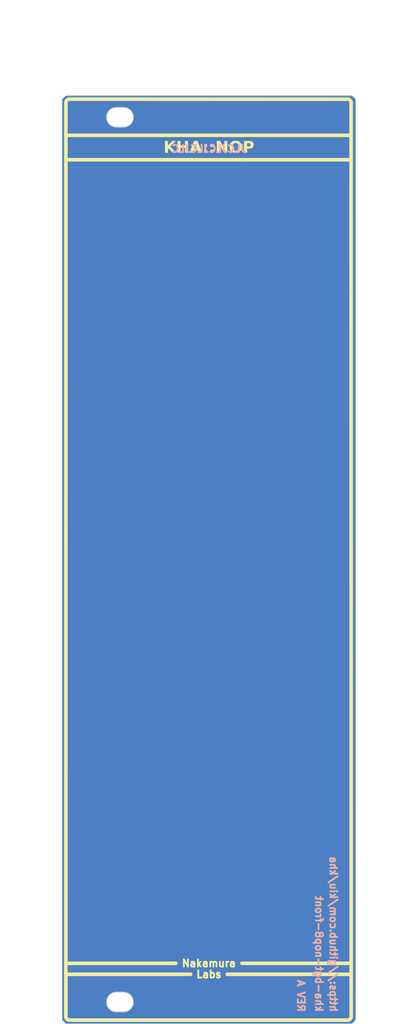
<source format=kicad_pcb>
(kicad_pcb (version 20221018) (generator pcbnew)

  (general
    (thickness 1.6)
  )

  (paper "A5" portrait)
  (layers
    (0 "F.Cu" signal)
    (31 "B.Cu" signal)
    (32 "B.Adhes" user "B.Adhesive")
    (33 "F.Adhes" user "F.Adhesive")
    (34 "B.Paste" user)
    (35 "F.Paste" user)
    (36 "B.SilkS" user "B.Silkscreen")
    (37 "F.SilkS" user "F.Silkscreen")
    (38 "B.Mask" user)
    (39 "F.Mask" user)
    (40 "Dwgs.User" user "User.Drawings")
    (41 "Cmts.User" user "User.Comments")
    (42 "Eco1.User" user "User.Eco1")
    (43 "Eco2.User" user "User.Eco2")
    (44 "Edge.Cuts" user)
    (45 "Margin" user)
    (46 "B.CrtYd" user "B.Courtyard")
    (47 "F.CrtYd" user "F.Courtyard")
    (48 "B.Fab" user)
    (49 "F.Fab" user)
    (50 "User.1" user)
    (51 "User.2" user)
    (52 "User.3" user)
    (53 "User.4" user)
    (54 "User.5" user)
    (55 "User.6" user)
    (56 "User.7" user)
    (57 "User.8" user)
    (58 "User.9" user)
  )

  (setup
    (pad_to_mask_clearance 0)
    (pcbplotparams
      (layerselection 0x00010fc_ffffffff)
      (plot_on_all_layers_selection 0x0000000_00000000)
      (disableapertmacros false)
      (usegerberextensions false)
      (usegerberattributes true)
      (usegerberadvancedattributes true)
      (creategerberjobfile true)
      (dashed_line_dash_ratio 12.000000)
      (dashed_line_gap_ratio 3.000000)
      (svgprecision 4)
      (plotframeref false)
      (viasonmask false)
      (mode 1)
      (useauxorigin false)
      (hpglpennumber 1)
      (hpglpenspeed 20)
      (hpglpendiameter 15.000000)
      (dxfpolygonmode true)
      (dxfimperialunits true)
      (dxfusepcbnewfont true)
      (psnegative false)
      (psa4output false)
      (plotreference true)
      (plotvalue true)
      (plotinvisibletext false)
      (sketchpadsonfab false)
      (subtractmaskfromsilk false)
      (outputformat 1)
      (mirror false)
      (drillshape 1)
      (scaleselection 1)
      (outputdirectory "")
    )
  )

  (net 0 "")

  (gr_arc (start 90.813 155.368) (mid 90.666553 155.721553) (end 90.313 155.868)
    (stroke (width 0.5) (type solid)) (layer "F.SilkS") (tstamp 09827a36-f35a-4308-8dcd-78cd580dc5b0))
  (gr_line (start 51.562 33.36) (end 90.805 33.36)
    (stroke (width 0.5) (type solid)) (layer "F.SilkS") (tstamp 1bc27e5c-576f-4584-811d-a417638a2780))
  (gr_line (start 90.678 148.002) (end 75.692 148.002)
    (stroke (width 0.5) (type solid)) (layer "F.SilkS") (tstamp 1f355564-34da-4ed5-99de-1df6132a5925))
  (gr_line (start 66.548 148.002) (end 51.562 148.002)
    (stroke (width 0.5) (type solid)) (layer "F.SilkS") (tstamp 2568fefe-1ac2-4382-a34e-7f7881eb98d2))
  (gr_line (start 68.58 149.526) (end 51.562 149.526)
    (stroke (width 0.5) (type solid)) (layer "F.SilkS") (tstamp 284c9cfc-145e-4ed7-b5d4-87bbec6e7c2b))
  (gr_line (start 51.308 155.368) (end 51.316001 28.859999)
    (stroke (width 0.5) (type solid)) (layer "F.SilkS") (tstamp 2f1bb57d-1318-4583-8908-f40e30a59d49))
  (gr_line (start 90.313 155.868) (end 51.808 155.868)
    (stroke (width 0.5) (type solid)) (layer "F.SilkS") (tstamp 45e0b254-6e09-4cbf-aeee-b8c73e9c4a7a))
  (gr_arc (start 51.316001 28.859999) (mid 51.462448 28.506447) (end 51.816 28.36)
    (stroke (width 0.5) (type solid)) (layer "F.SilkS") (tstamp 77a75869-9b6b-456c-bb36-f4f0af183859))
  (gr_line (start 90.805 28.868) (end 90.813 155.368)
    (stroke (width 0.5) (type solid)) (layer "F.SilkS") (tstamp 91cf13ac-ce96-41b6-a3e1-1f241444c2b6))
  (gr_arc (start 51.808 155.868) (mid 51.454447 155.721553) (end 51.308 155.368)
    (stroke (width 0.5) (type solid)) (layer "F.SilkS") (tstamp 9d28137b-24d5-49f4-b86d-221cda168007))
  (gr_line (start 51.562 36.75) (end 90.805 36.75)
    (stroke (width 0.5) (type solid)) (layer "F.SilkS") (tstamp d09555a3-598b-478f-b03f-c1b947588659))
  (gr_line (start 51.816 28.36) (end 90.305 28.368)
    (stroke (width 0.5) (type solid)) (layer "F.SilkS") (tstamp d37468a1-76f0-4518-a7c2-67b557fc1d08))
  (gr_arc (start 90.305 28.368) (mid 90.658553 28.514447) (end 90.805 28.868)
    (stroke (width 0.5) (type solid)) (layer "F.SilkS") (tstamp dcd65231-5c6c-48c8-9af1-49c9ba5e7121))
  (gr_line (start 90.805 149.526) (end 73.66 149.526)
    (stroke (width 0.5) (type solid)) (layer "F.SilkS") (tstamp febbf57d-7b3b-4e4e-a9f4-c06cff798446))
  (gr_line (start 91.44 147.109997) (end 50.80012 147.11)
    (stroke (width 0.15) (type solid)) (layer "Dwgs.User") (tstamp 5f0722e4-d891-4929-a1d7-597900299e63))
  (gr_line (start 71.12 37.109997) (end 71.12 147.109997)
    (stroke (width 0.15) (type solid)) (layer "Dwgs.User") (tstamp 78ef9ca5-a81b-4983-aa75-e0c2aae7578e))
  (gr_line (start 50.8 124.36) (end 91.44 124.38)
    (stroke (width 0.15) (type solid)) (layer "Dwgs.User") (tstamp 7a1ed11e-a7a6-4499-b7d8-e4fd41f18c45))
  (gr_line (start 50.8 59.86) (end 91.44 59.86)
    (stroke (width 0.15) (type solid)) (layer "Dwgs.User") (tstamp 7d48568d-8b3a-448f-8284-13561bacbac6))
  (gr_line (start 50.8 37.109997) (end 91.44 37.109997)
    (stroke (width 0.15) (type solid)) (layer "Dwgs.User") (tstamp 9f98d4d8-266e-4a2b-b805-866f7ea74e03))
  (gr_line (start 50.80012 147.11) (end 50.8 37.109997)
    (stroke (width 0.15) (type solid)) (layer "Dwgs.User") (tstamp e0a18b6d-0129-4722-b9e5-15bfdd38ae66))
  (gr_line (start 50.8 92.11) (end 91.44 92.109997)
    (stroke (width 0.15) (type solid)) (layer "Dwgs.User") (tstamp f8c5ac6e-ac61-49f4-a621-48167c274422))
  (gr_line (start 71.12 27.86) (end 71.12 154.86)
    (stroke (width 0.15) (type default)) (layer "Dwgs.User") (tstamp fbd4c0f3-a077-409c-89d3-f3b6110bab42))
  (gr_line (start 91.44 28.36) (end 91.44 155.86)
    (stroke (width 0.05) (type solid)) (layer "Edge.Cuts") (tstamp 096513a0-3cae-4889-92b6-73717e914ffb))
  (gr_line (start 90.94 156.36) (end 51.3 156.36)
    (stroke (width 0.05) (type solid)) (layer "Edge.Cuts") (tstamp 102cd482-7720-4294-b389-7b5dac72b931))
  (gr_line (start 90.94 27.86) (end 91.44 28.36)
    (stroke (width 0.05) (type default)) (layer "Edge.Cuts") (tstamp 18b2f1c5-6bd2-4c51-985e-b10f5a199448))
  (gr_line (start 58.3 29.51) (end 59.3 29.51)
    (stroke (width 0.1) (type default)) (layer "Edge.Cuts") (tstamp 39c7f510-5766-4f11-8e20-fae045bf8859))
  (gr_line (start 90.94 156.36) (end 91.44 155.86)
    (stroke (width 0.05) (type default)) (layer "Edge.Cuts") (tstamp 3b256f24-4499-45dc-98ab-798c3a51ca36))
  (gr_line (start 58.3 154.71) (end 59.3 154.71)
    (stroke (width 0.1) (type default)) (layer "Edge.Cuts") (tstamp 51ce5f30-6916-4b1d-b1f8-b2a2992649fe))
  (gr_arc (start 59.3 29.51) (mid 60.65 30.86) (end 59.3 32.21)
    (stroke (width 0.1) (type default)) (layer "Edge.Cuts") (tstamp 8418ccea-ba0f-47bd-ae19-bd0e6a634614))
  (gr_arc (start 59.3 152.01) (mid 60.65 153.36) (end 59.3 154.71)
    (stroke (width 0.1) (type default)) (layer "Edge.Cuts") (tstamp 862188c9-b717-4c06-ad94-c1a4ad6c34bb))
  (gr_line (start 50.8 155.86) (end 51.3 156.36)
    (stroke (width 0.05) (type default)) (layer "Edge.Cuts") (tstamp 9970a323-6e2f-4085-8241-20ec89ef7260))
  (gr_line (start 51.3 27.86) (end 90.94 27.86)
    (stroke (width 0.05) (type solid)) (layer "Edge.Cuts") (tstamp a11e8086-6664-4058-9b1f-dc24062e49aa))
  (gr_line (start 58.3 32.21) (end 59.3 32.21)
    (stroke (width 0.1) (type default)) (layer "Edge.Cuts") (tstamp a7553b67-8b09-4206-9f05-7da539adaec1))
  (gr_arc (start 58.3 32.21) (mid 56.95 30.86) (end 58.3 29.51)
    (stroke (width 0.1) (type default)) (layer "Edge.Cuts") (tstamp b2453069-b895-43cf-9ef7-bf293262a344))
  (gr_arc (start 58.3 154.71) (mid 56.95 153.36) (end 58.3 152.01)
    (stroke (width 0.1) (type default)) (layer "Edge.Cuts") (tstamp c161f520-24f2-49f3-9b30-b3a87b36e3e4))
  (gr_line (start 50.8 28.36) (end 51.3 27.86)
    (stroke (width 0.05) (type default)) (layer "Edge.Cuts") (tstamp c18cb9a3-8b3d-4f26-b946-d6b306240557))
  (gr_line (start 58.3 152.01) (end 59.3 152.01)
    (stroke (width 0.1) (type default)) (layer "Edge.Cuts") (tstamp c9cf6396-9853-49e2-a50b-a8180f63f715))
  (gr_line (start 50.8 155.86) (end 50.8 28.36)
    (stroke (width 0.05) (type solid)) (layer "Edge.Cuts") (tstamp ec21dd56-7ac1-4f81-b7ce-0c77e46f217e))
  (gr_text "https://github.com/kiu/kha" (at 88.36 154.86 270) (layer "B.SilkS") (tstamp 6bcebdb0-b903-48b2-86a7-498f88f274aa)
    (effects (font (size 1 1) (thickness 0.25) bold) (justify left mirror))
  )
  (gr_text "REV A" (at 83.86 154.86 -90) (layer "B.SilkS") (tstamp 72f254ac-23af-4df5-b342-285e569a46b3)
    (effects (font (size 1 1) (thickness 0.25) bold) (justify left mirror))
  )
  (gr_text "JLCJLCJLCJLC" (at 71.12 35.226) (layer "B.SilkS") (tstamp 74afe7b2-7acd-4d46-8e85-1c598f59e6d0)
    (effects (font (size 1 1) (thickness 0.25) bold) (justify mirror))
  )
  (gr_text "kha-bgt-nop8-front" (at 86.36 154.86 270) (layer "B.SilkS") (tstamp fdd283c2-5b51-482f-95d8-671a81c1536c)
    (effects (font (size 1 1) (thickness 0.25) bold) (justify left mirror))
  )
  (gr_text "KHA::NOP" (at 71.12 35.11) (layer "F.SilkS") (tstamp 46df7bc7-7387-4a1a-95b3-b77c2e8d07e5)
    (effects (font (face "Roboto") (size 1.6 1.6) (thickness 0.25) bold))
    (render_cache "KHA::NOP" 0
      (polygon
        (pts
          (xy 66.582163 35.131934)          (xy 66.410607 35.316777)          (xy 66.410607 35.774)          (xy 66.081172 35.774)
          (xy 66.081172 34.17333)          (xy 66.410607 34.17333)          (xy 66.410607 34.899024)          (xy 66.55598 34.700113)
          (xy 66.963573 34.17333)          (xy 67.369211 34.17333)          (xy 66.801005 34.884565)          (xy 67.385624 35.774)
          (xy 66.993273 35.774)
        )
      )
      (polygon
        (pts
          (xy 68.804187 35.774)          (xy 68.474752 35.774)          (xy 68.474752 35.089729)          (xy 67.831514 35.089729)
          (xy 67.831514 35.774)          (xy 67.502079 35.774)          (xy 67.502079 34.17333)          (xy 67.831514 34.17333)
          (xy 67.831514 34.823602)          (xy 68.474752 34.823602)          (xy 68.474752 34.17333)          (xy 68.804187 34.17333)
        )
      )
      (polygon
        (pts
          (xy 70.469337 35.774)          (xy 70.118799 35.774)          (xy 70.007816 35.440657)          (xy 69.429448 35.440657)
          (xy 69.319637 35.774)          (xy 68.9691 35.774)          (xy 69.192436 35.173748)          (xy 69.518548 35.173748)
          (xy 69.918716 35.173748)          (xy 69.71746 34.577796)          (xy 69.518548 35.173748)          (xy 69.192436 35.173748)
          (xy 69.564661 34.17333)          (xy 69.870258 34.17333)
        )
      )
      (polygon
        (pts
          (xy 70.605331 35.60596)          (xy 70.606131 35.587453)          (xy 70.608531 35.569837)          (xy 70.61253 35.553112)
          (xy 70.61813 35.537279)          (xy 70.625329 35.522338)          (xy 70.634127 35.508288)          (xy 70.644526 35.495129)
          (xy 70.656525 35.482862)          (xy 70.669726 35.47178)          (xy 70.683733 35.462175)          (xy 70.698547 35.454047)
          (xy 70.714166 35.447398)          (xy 70.730591 35.442226)          (xy 70.747822 35.438532)          (xy 70.76586 35.436315)
          (xy 70.784703 35.435577)          (xy 70.803815 35.436315)          (xy 70.822072 35.438532)          (xy 70.839475 35.442226)
          (xy 70.856022 35.447398)          (xy 70.871715 35.454047)          (xy 70.886552 35.462175)          (xy 70.900535 35.47178)
          (xy 70.913663 35.482862)          (xy 70.925662 35.495129)          (xy 70.93606 35.508288)          (xy 70.944859 35.522338)
          (xy 70.952058 35.537279)          (xy 70.957658 35.553112)          (xy 70.961657 35.569837)          (xy 70.964057 35.587453)
          (xy 70.964857 35.60596)          (xy 70.964063 35.624187)          (xy 70.961682 35.641547)          (xy 70.957713 35.658039)
          (xy 70.952156 35.673665)          (xy 70.945012 35.688423)          (xy 70.93628 35.702314)          (xy 70.925961 35.715338)
          (xy 70.914054 35.727496)          (xy 70.901006 35.738395)          (xy 70.887065 35.747841)          (xy 70.872234 35.755834)
          (xy 70.856511 35.762374)          (xy 70.839896 35.76746)          (xy 70.82239 35.771093)          (xy 70.803992 35.773273)
          (xy 70.784703 35.774)          (xy 70.765591 35.773273)          (xy 70.747334 35.771093)          (xy 70.729932 35.76746)
          (xy 70.713384 35.762374)          (xy 70.697692 35.755834)          (xy 70.682854 35.747841)          (xy 70.668871 35.738395)
          (xy 70.655743 35.727496)          (xy 70.643928 35.715338)          (xy 70.633688 35.702314)          (xy 70.625023 35.688423)
          (xy 70.617934 35.673665)          (xy 70.61242 35.658039)          (xy 70.608482 35.641547)          (xy 70.606119 35.624187)
        )
      )
      (polygon
        (pts
          (xy 70.605331 34.69386)          (xy 70.606131 34.675352)          (xy 70.608531 34.657736)          (xy 70.61253 34.641012)
          (xy 70.61813 34.625179)          (xy 70.625329 34.610237)          (xy 70.634127 34.596187)          (xy 70.644526 34.583029)
          (xy 70.656525 34.570762)          (xy 70.669726 34.559679)          (xy 70.683733 34.550074)          (xy 70.698547 34.541947)
          (xy 70.714166 34.535297)          (xy 70.730591 34.530126)          (xy 70.747822 34.526431)          (xy 70.76586 34.524215)
          (xy 70.784703 34.523476)          (xy 70.803815 34.524215)          (xy 70.822072 34.526431)          (xy 70.839475 34.530126)
          (xy 70.856022 34.535297)          (xy 70.871715 34.541947)          (xy 70.886552 34.550074)          (xy 70.900535 34.559679)
          (xy 70.913663 34.570762)          (xy 70.925662 34.583029)          (xy 70.93606 34.596187)          (xy 70.944859 34.610237)
          (xy 70.952058 34.625179)          (xy 70.957658 34.641012)          (xy 70.961657 34.657736)          (xy 70.964057 34.675352)
          (xy 70.964857 34.69386)          (xy 70.964063 34.712087)          (xy 70.961682 34.729446)          (xy 70.957713 34.745939)
          (xy 70.952156 34.761564)          (xy 70.945012 34.776322)          (xy 70.93628 34.790214)          (xy 70.925961 34.803238)
          (xy 70.914054 34.815395)          (xy 70.901006 34.826295)          (xy 70.887065 34.835741)          (xy 70.872234 34.843733)
          (xy 70.856511 34.850273)          (xy 70.839896 34.855359)          (xy 70.82239 34.858993)          (xy 70.803992 34.861172)
          (xy 70.784703 34.861899)          (xy 70.765591 34.861172)          (xy 70.747334 34.858993)          (xy 70.729932 34.855359)
          (xy 70.713384 34.850273)          (xy 70.697692 34.843733)          (xy 70.682854 34.835741)          (xy 70.668871 34.826295)
          (xy 70.655743 34.815395)          (xy 70.643928 34.803238)          (xy 70.633688 34.790214)          (xy 70.625023 34.776322)
          (xy 70.617934 34.761564)          (xy 70.61242 34.745939)          (xy 70.608482 34.729446)          (xy 70.606119 34.712087)
        )
      )
      (polygon
        (pts
          (xy 71.236846 35.60596)          (xy 71.237645 35.587453)          (xy 71.240045 35.569837)          (xy 71.244045 35.553112)
          (xy 71.249644 35.537279)          (xy 71.256843 35.522338)          (xy 71.265642 35.508288)          (xy 71.27604 35.495129)
          (xy 71.288039 35.482862)          (xy 71.30124 35.47178)          (xy 71.315247 35.462175)          (xy 71.330061 35.454047)
          (xy 71.34568 35.447398)          (xy 71.362105 35.442226)          (xy 71.379337 35.438532)          (xy 71.397374 35.436315)
          (xy 71.416217 35.435577)          (xy 71.435329 35.436315)          (xy 71.453587 35.438532)          (xy 71.470989 35.442226)
          (xy 71.487536 35.447398)          (xy 71.503229 35.454047)          (xy 71.518067 35.462175)          (xy 71.53205 35.47178)
          (xy 71.545178 35.482862)          (xy 71.557176 35.495129)          (xy 71.567575 35.508288)          (xy 71.576374 35.522338)
          (xy 71.583573 35.537279)          (xy 71.589172 35.553112)          (xy 71.593171 35.569837)          (xy 71.595571 35.587453)
          (xy 71.596371 35.60596)          (xy 71.595577 35.624187)          (xy 71.593196 35.641547)          (xy 71.589227 35.658039)
          (xy 71.58367 35.673665)          (xy 71.576526 35.688423)          (xy 71.567795 35.702314)          (xy 71.557475 35.715338)
          (xy 71.545568 35.727496)          (xy 71.53252 35.738395)          (xy 71.51858 35.747841)          (xy 71.503748 35.755834)
          (xy 71.488025 35.762374)          (xy 71.47141 35.76746)          (xy 71.453904 35.771093)          (xy 71.435507 35.773273)
          (xy 71.416217 35.774)          (xy 71.397105 35.773273)          (xy 71.378848 35.771093)          (xy 71.361446 35.76746)
          (xy 71.344899 35.762374)          (xy 71.329206 35.755834)          (xy 71.314368 35.747841)          (xy 71.300385 35.738395)
          (xy 71.287257 35.727496)          (xy 71.275442 35.715338)          (xy 71.265202 35.702314)          (xy 71.256538 35.688423)
          (xy 71.249448 35.673665)          (xy 71.243935 35.658039)          (xy 71.239996 35.641547)          (xy 71.237633 35.624187)
        )
      )
      (polygon
        (pts
          (xy 71.236846 34.69386)          (xy 71.237645 34.675352)          (xy 71.240045 34.657736)          (xy 71.244045 34.641012)
          (xy 71.249644 34.625179)          (xy 71.256843 34.610237)          (xy 71.265642 34.596187)          (xy 71.27604 34.583029)
          (xy 71.288039 34.570762)          (xy 71.30124 34.559679)          (xy 71.315247 34.550074)          (xy 71.330061 34.541947)
          (xy 71.34568 34.535297)          (xy 71.362105 34.530126)          (xy 71.379337 34.526431)          (xy 71.397374 34.524215)
          (xy 71.416217 34.523476)          (xy 71.435329 34.524215)          (xy 71.453587 34.526431)          (xy 71.470989 34.530126)
          (xy 71.487536 34.535297)          (xy 71.503229 34.541947)          (xy 71.518067 34.550074)          (xy 71.53205 34.559679)
          (xy 71.545178 34.570762)          (xy 71.557176 34.583029)          (xy 71.567575 34.596187)          (xy 71.576374 34.610237)
          (xy 71.583573 34.625179)          (xy 71.589172 34.641012)          (xy 71.593171 34.657736)          (xy 71.595571 34.675352)
          (xy 71.596371 34.69386)          (xy 71.595577 34.712087)          (xy 71.593196 34.729446)          (xy 71.589227 34.745939)
          (xy 71.58367 34.761564)          (xy 71.576526 34.776322)          (xy 71.567795 34.790214)          (xy 71.557475 34.803238)
          (xy 71.545568 34.815395)          (xy 71.53252 34.826295)          (xy 71.51858 34.835741)          (xy 71.503748 34.843733)
          (xy 71.488025 34.850273)          (xy 71.47141 34.855359)          (xy 71.453904 34.858993)          (xy 71.435507 34.861172)
          (xy 71.416217 34.861899)          (xy 71.397105 34.861172)          (xy 71.378848 34.858993)          (xy 71.361446 34.855359)
          (xy 71.344899 34.850273)          (xy 71.329206 34.843733)          (xy 71.314368 34.835741)          (xy 71.300385 34.826295)
          (xy 71.287257 34.815395)          (xy 71.275442 34.803238)          (xy 71.265202 34.790214)          (xy 71.256538 34.776322)
          (xy 71.249448 34.761564)          (xy 71.243935 34.745939)          (xy 71.239996 34.729446)          (xy 71.237633 34.712087)
        )
      )
      (polygon
        (pts
          (xy 73.175548 35.774)          (xy 72.845722 35.774)          (xy 72.203656 34.720824)          (xy 72.203656 35.774)
          (xy 71.874222 35.774)          (xy 71.874222 34.17333)          (xy 72.203656 34.17333)          (xy 72.846894 35.228849)
          (xy 72.846894 34.17333)          (xy 73.175548 34.17333)
        )
      )
      (polygon
        (pts
          (xy 74.112483 34.148696)          (xy 74.136967 34.149827)          (xy 74.161099 34.151713)          (xy 74.184881 34.154352)
          (xy 74.208312 34.157745)          (xy 74.231391 34.161893)          (xy 74.254119 34.166795)          (xy 74.276497 34.17245)
          (xy 74.298523 34.17886)          (xy 74.320198 34.186024)          (xy 74.341522 34.193942)          (xy 74.362495 34.202614)
          (xy 74.383116 34.212041)          (xy 74.403387 34.222221)          (xy 74.423306 34.233155)          (xy 74.442875 34.244844)
          (xy 74.462042 34.257238)          (xy 74.480659 34.270288)          (xy 74.498727 34.283994)          (xy 74.516245 34.298357)
          (xy 74.533214 34.313377)          (xy 74.549633 34.329053)          (xy 74.565503 34.345385)          (xy 74.580823 34.362374)
          (xy 74.595594 34.380019)          (xy 74.609815 34.39832)          (xy 74.623486 34.417278)          (xy 74.636608 34.436892)
          (xy 74.649181 34.457163)          (xy 74.661204 34.47809)          (xy 74.672677 34.499673)          (xy 74.683601 34.521913)
          (xy 74.693917 34.544652)          (xy 74.703567 34.567831)          (xy 74.712553 34.591449)          (xy 74.720872 34.615507)
          (xy 74.728526 34.640004)          (xy 74.735514 34.664942)          (xy 74.741837 34.690318)          (xy 74.747495 34.716135)
          (xy 74.752486 34.742391)          (xy 74.756812 34.769087)          (xy 74.760473 34.796222)          (xy 74.763468 34.823797)
          (xy 74.765797 34.851812)          (xy 74.767461 34.880266)          (xy 74.76846 34.90916)          (xy 74.768792 34.938494)
          (xy 74.768792 35.010008)          (xy 74.768466 35.039432)          (xy 74.767486 35.0684)          (xy 74.765852 35.096914)
          (xy 74.763566 35.124973)          (xy 74.760626 35.152577)          (xy 74.757032 35.179726)          (xy 74.752785 35.20642)
          (xy 74.747885 35.23266)          (xy 74.742332 35.258444)          (xy 74.736125 35.283774)          (xy 74.729265 35.308648)
          (xy 74.721751 35.333068)          (xy 74.713584 35.357033)          (xy 74.704764 35.380543)          (xy 74.695291 35.403598)
          (xy 74.685164 35.426198)          (xy 74.674477 35.448204)          (xy 74.663225 35.469575)          (xy 74.651408 35.490311)
          (xy 74.639026 35.510413)          (xy 74.62608 35.529879)          (xy 74.612569 35.54871)          (xy 74.598493 35.566906)
          (xy 74.583852 35.584467)          (xy 74.568646 35.601393)          (xy 74.552876 35.617684)          (xy 74.53654 35.63334)
          (xy 74.51964 35.648361)          (xy 74.502175 35.662747)          (xy 74.484146 35.676498)          (xy 74.465551 35.689614)
          (xy 74.446392 35.702094)          (xy 74.426772 35.71383)          (xy 74.406794 35.724809)          (xy 74.386459 35.735031)
          (xy 74.365767 35.744495)          (xy 74.344718 35.753202)          (xy 74.323312 35.761152)          (xy 74.301548 35.768345)
          (xy 74.279428 35.774781)          (xy 74.25695 35.78046)          (xy 74.234114 35.785381)          (xy 74.210922 35.789546)
          (xy 74.187372 35.792953)          (xy 74.163466 35.795603)          (xy 74.139202 35.797496)          (xy 74.11458 35.798631)
          (xy 74.089602 35.79901)          (xy 74.064904 35.798636)          (xy 74.04054 35.797514)          (xy 74.016508 35.795644)
          (xy 73.992809 35.793026)          (xy 73.969442 35.78966)          (xy 73.946409 35.785546)          (xy 73.923708 35.780684)
          (xy 73.90134 35.775074)          (xy 73.879304 35.768716)          (xy 73.857602 35.76161)          (xy 73.836232 35.753756)
          (xy 73.815195 35.745154)          (xy 73.794491 35.735804)          (xy 73.77412 35.725707)          (xy 73.754081 35.714861)
          (xy 73.734375 35.703267)          (xy 73.715159 35.690929)          (xy 73.696493 35.677951)          (xy 73.678376 35.664331)
          (xy 73.660809 35.650071)          (xy 73.643792 35.635169)          (xy 73.627324 35.619626)          (xy 73.611405 35.603442)
          (xy 73.596036 35.586616)          (xy 73.581217 35.56915)          (xy 73.566947 35.551042)          (xy 73.553226 35.532294)
          (xy 73.540056 35.512904)          (xy 73.527434 35.492873)          (xy 73.515363 35.472201)          (xy 73.50384 35.450888)
          (xy 73.492868 35.428933)          (xy 73.4825 35.406449)          (xy 73.472791 35.383547)          (xy 73.463742 35.360226)
          (xy 73.455352 35.336487)          (xy 73.447622 35.31233)          (xy 73.440551 35.287755)          (xy 73.43414 35.262761)
          (xy 73.428388 35.237349)          (xy 73.423295 35.211519)          (xy 73.418862 35.18527)          (xy 73.415089 35.158604)
          (xy 73.411975 35.131519)          (xy 73.40952 35.104015)          (xy 73.407725 35.076094)          (xy 73.406589 35.047754)
          (xy 73.406113 35.018996)          (xy 73.406113 35.010399)          (xy 73.740237 35.010399)          (xy 73.740588 35.040743)
          (xy 73.741641 35.070226)          (xy 73.743397 35.098848)          (xy 73.745855 35.126609)          (xy 73.749014 35.15351)
          (xy 73.752877 35.179549)          (xy 73.757441 35.204727)          (xy 73.762707 35.229045)          (xy 73.768676 35.252501)
          (xy 73.775347 35.275097)          (xy 73.78272 35.296831)          (xy 73.790795 35.317705)          (xy 73.799573 35.337718)
          (xy 73.809052 35.356869)          (xy 73.819234 35.37516)          (xy 73.830118 35.39259)          (xy 73.841711 35.409058)
          (xy 73.85392 35.424464)          (xy 73.866746 35.438807)          (xy 73.880188 35.452087)          (xy 73.894247 35.464306)
          (xy 73.908923 35.475461)          (xy 73.924216 35.485555)          (xy 73.940125 35.494586)          (xy 73.956651 35.502554)
          (xy 73.973794 35.50946)          (xy 73.991554 35.515304)          (xy 74.00993 35.520085)          (xy 74.028923 35.523803)
          (xy 74.048533 35.526459)          (xy 74.068759 35.528053)          (xy 74.089602 35.528584)          (xy 74.110062 35.528073)
          (xy 74.12992 35.526539)          (xy 74.149177 35.523982)          (xy 74.167833 35.520402)          (xy 74.185887 35.5158)
          (xy 74.20334 35.510174)          (xy 74.220191 35.503526)          (xy 74.236441 35.495856)          (xy 74.252089 35.487162)
          (xy 74.267136 35.477446)          (xy 74.281581 35.466707)          (xy 74.295425 35.454945)          (xy 74.308668 35.44216)
          (xy 74.321309 35.428353)          (xy 74.333349 35.413523)          (xy 74.344787 35.39767)          (xy 74.355579 35.380837)
          (xy 74.365682 35.363067)          (xy 74.375094 35.34436)          (xy 74.383817 35.324715)          (xy 74.391849 35.304133)
          (xy 74.399192 35.282613)          (xy 74.405845 35.260157)          (xy 74.411807 35.236763)          (xy 74.41708 35.212432)
          (xy 74.421662 35.187163)          (xy 74.425555 35.160958)          (xy 74.428758 35.133815)          (xy 74.43127 35.105734)
          (xy 74.433093 35.076717)          (xy 74.434226 35.046762)          (xy 74.434668 35.01587)          (xy 74.434668 34.937321)
          (xy 74.43458 34.921613)          (xy 74.433875 34.890912)          (xy 74.432464 34.861163)          (xy 74.430349 34.832367)
          (xy 74.427528 34.804523)          (xy 74.424001 34.777632)          (xy 74.41977 34.751694)          (xy 74.414833 34.726708)
          (xy 74.409191 34.702674)          (xy 74.402844 34.679593)          (xy 74.395791 34.657465)          (xy 74.388034 34.636289)
          (xy 74.379571 34.616066)          (xy 74.370402 34.596795)          (xy 74.360529 34.578477)          (xy 74.34995 34.561111)
          (xy 74.344396 34.552785)          (xy 74.33286 34.536838)          (xy 74.320723 34.521919)          (xy 74.307984 34.508029)
          (xy 74.294644 34.495168)          (xy 74.280702 34.483336)          (xy 74.266159 34.472533)          (xy 74.251014 34.462759)
          (xy 74.235268 34.454013)          (xy 74.218921 34.446297)          (xy 74.201972 34.439609)          (xy 74.184422 34.43395)
          (xy 74.16627 34.429321)          (xy 74.147517 34.425719)          (xy 74.128162 34.423147)          (xy 74.108206 34.421604)
          (xy 74.087648 34.42109)          (xy 74.067184 34.421598)          (xy 74.047311 34.423123)          (xy 74.028031 34.425664)
          (xy 74.009344 34.429223)          (xy 73.991248 34.433798)          (xy 73.973745 34.439389)          (xy 73.956835 34.445998)
          (xy 73.940516 34.453623)          (xy 73.92479 34.462264)          (xy 73.909656 34.471923)          (xy 73.895114 34.482598)
          (xy 73.881165 34.494289)          (xy 73.867808 34.506997)          (xy 73.855043 34.520722)          (xy 73.842871 34.535464)
          (xy 73.831291 34.551222)          (xy 73.820402 34.567913)          (xy 73.810206 34.58555)          (xy 73.800704 34.604134)
          (xy 73.791894 34.623665)          (xy 73.783778 34.644141)          (xy 73.776354 34.665564)          (xy 73.769624 34.687934)
          (xy 73.763587 34.71125)          (xy 73.758242 34.735512)          (xy 73.753591 34.760721)          (xy 73.749633 34.786877)
          (xy 73.746368 34.813979)          (xy 73.743795 34.842027)          (xy 73.741916 34.871021)          (xy 73.74073 34.900963)
          (xy 73.740237 34.93185)          (xy 73.740237 35.010399)          (xy 73.406113 35.010399)          (xy 73.406113 34.939275)
          (xy 73.406446 34.909847)          (xy 73.407444 34.880864)          (xy 73.409108 34.852328)          (xy 73.411437 34.824237)
          (xy 73.414432 34.796592)          (xy 73.418093 34.769392)          (xy 73.422419 34.742638)          (xy 73.427411 34.71633)
          (xy 73.433068 34.690468)          (xy 73.439391 34.665051)          (xy 73.446379 34.640081)          (xy 73.454033 34.615556)
          (xy 73.462353 34.591476)          (xy 73.471338 34.567843)          (xy 73.480988 34.544655)          (xy 73.491305 34.521913)
          (xy 73.502228 34.499673)          (xy 73.513702 34.47809)          (xy 73.525725 34.457163)          (xy 73.538297 34.436892)
          (xy 73.551419 34.417278)          (xy 73.56509 34.39832)          (xy 73.579312 34.380019)          (xy 73.594082 34.362374)
          (xy 73.609402 34.345385)          (xy 73.625272 34.329053)          (xy 73.641691 34.313377)          (xy 73.65866 34.298357)
          (xy 73.676178 34.283994)          (xy 73.694246 34.270288)          (xy 73.712863 34.257238)          (xy 73.73203 34.244844)
          (xy 73.751646 34.233155)          (xy 73.77161 34.222221)          (xy 73.791922 34.212041)          (xy 73.812582 34.202614)
          (xy 73.83359 34.193942)          (xy 73.854946 34.186024)          (xy 73.87665 34.17886)          (xy 73.898702 34.17245)
          (xy 73.921102 34.166795)          (xy 73.94385 34.161893)          (xy 73.966946 34.157745)          (xy 73.990391 34.154352)
          (xy 74.014183 34.151713)          (xy 74.038323 34.149827)          (xy 74.062812 34.148696)          (xy 74.087648 34.148319)
        )
      )
      (polygon
        (pts
          (xy 75.646969 34.173589)          (xy 75.66898 34.174368)          (xy 75.690652 34.175665)          (xy 75.711985 34.177482)
          (xy 75.732979 34.179817)          (xy 75.753635 34.182672)          (xy 75.773951 34.186045)          (xy 75.793929 34.189938)
          (xy 75.813567 34.19435)          (xy 75.832867 34.19928)          (xy 75.851828 34.20473)          (xy 75.87045 34.210699)
          (xy 75.888733 34.217186)          (xy 75.906677 34.224193)          (xy 75.924283 34.231719)          (xy 75.941549 34.239764)
          (xy 75.958446 34.248239)          (xy 75.974845 34.257154)          (xy 75.990747 34.266508)          (xy 76.006151 34.276302)
          (xy 76.021058 34.286536)          (xy 76.035466 34.29721)          (xy 76.049378 34.308323)          (xy 76.062791 34.319875)
          (xy 76.075707 34.331868)          (xy 76.088125 34.3443)          (xy 76.100046 34.357171)          (xy 76.111469 34.370482)
          (xy 76.122394 34.384233)          (xy 76.132822 34.398424)          (xy 76.142752 34.413054)          (xy 76.152184 34.428124)
          (xy 76.161128 34.443497)          (xy 76.169495 34.459136)          (xy 76.177285 34.475041)          (xy 76.184497 34.491212)
          (xy 76.191133 34.507648)          (xy 76.197192 34.524349)          (xy 76.202674 34.541317)          (xy 76.207578 34.558549)
          (xy 76.211906 34.576048)          (xy 76.215657 34.593812)          (xy 76.21883 34.611842)          (xy 76.221427 34.630137)
          (xy 76.223446 34.648698)          (xy 76.224889 34.667524)          (xy 76.225754 34.686617)          (xy 76.226043 34.705974)
          (xy 76.225414 34.735139)          (xy 76.223527 34.763524)          (xy 76.220383 34.791131)          (xy 76.21598 34.81796)
          (xy 76.21032 34.84401)          (xy 76.203402 34.869281)          (xy 76.195226 34.893774)          (xy 76.185792 34.917489)
          (xy 76.1751 34.940425)          (xy 76.16315 34.962582)          (xy 76.149943 34.983961)          (xy 76.135478 35.004561)
          (xy 76.119755 35.024383)          (xy 76.102774 35.043426)          (xy 76.084535 35.061691)          (xy 76.065038 35.079177)
          (xy 76.044429 35.095693)          (xy 76.022851 35.111143)          (xy 76.000306 35.125527)          (xy 75.976793 35.138846)
          (xy 75.952312 35.151099)          (xy 75.926864 35.162287)          (xy 75.900447 35.17241)          (xy 75.873063 35.181466)
          (xy 75.844711 35.189458)          (xy 75.815391 35.196383)          (xy 75.785104 35.202244)          (xy 75.769597 35.204774)
          (xy 75.753848 35.207039)          (xy 75.737858 35.209036)          (xy 75.721625 35.210768)          (xy 75.70515 35.212233)
          (xy 75.688434 35.213432)          (xy 75.671476 35.214364)          (xy 75.654275 35.21503)          (xy 75.636833 35.215429)
          (xy 75.619148 35.215563)          (xy 75.329965 35.215563)          (xy 75.329965 35.774)          (xy 75.00053 35.774)
          (xy 75.00053 34.440238)          (xy 75.329965 34.440238)          (xy 75.329965 34.948654)          (xy 75.624619 34.948654)
          (xy 75.640739 34.948411)          (xy 75.656371 34.947683)          (xy 75.678902 34.945681)          (xy 75.700335 34.942586)
          (xy 75.720668 34.938399)          (xy 75.739902 34.93312)          (xy 75.758037 34.926749)          (xy 75.775073 34.919285)
          (xy 75.79101 34.91073)          (xy 75.805848 34.901082)          (xy 75.819586 34.890341)          (xy 75.823922 34.886519)
          (xy 75.836213 34.874328)          (xy 75.847296 34.861203)          (xy 75.857169 34.847144)          (xy 75.865834 34.83215)
          (xy 75.873289 34.816223)          (xy 75.879536 34.799361)          (xy 75.884573 34.781564)          (xy 75.888402 34.762834)
          (xy 75.891021 34.74317)          (xy 75.892432 34.722571)          (xy 75.8927 34.708319)          (xy 75.892092 34.686376)
          (xy 75.890269 34.665244)          (xy 75.887229 34.644922)          (xy 75.882973 34.625411)          (xy 75.877502 34.60671)
          (xy 75.870815 34.58882)          (xy 75.862912 34.571741)          (xy 75.853792 34.555472)          (xy 75.843458 34.540014)
          (xy 75.831907 34.525366)          (xy 75.823531 34.516051)          (xy 75.810098 34.502901)          (xy 75.795737 34.491001)
          (xy 75.78045 34.480351)          (xy 75.764235 34.470952)          (xy 75.747092 34.462802)          (xy 75.729023 34.455903)
          (xy 75.710025 34.450254)          (xy 75.690101 34.445856)          (xy 75.669249 34.442707)          (xy 75.64747 34.440809)
          (xy 75.632435 34.440238)          (xy 75.329965 34.440238)          (xy 75.00053 34.440238)          (xy 75.00053 34.17333)
          (xy 75.624619 34.17333)
        )
      )
    )
  )
  (gr_text "Labs" (at 71.12 149.526) (layer "F.SilkS") (tstamp 7a9fafce-a207-4d51-8083-3cf4ef077e21)
    (effects (font (size 1 1) (thickness 0.25)))
  )
  (gr_text "Nakamura" (at 71.12 148.002) (layer "F.SilkS") (tstamp eb69a380-a271-4c35-a909-2a0f79a46ce2)
    (effects (font (size 1 1) (thickness 0.25)))
  )
  (gr_text "8HP NOP" (at 71.12 17.7) (layer "Dwgs.User") (tstamp d24694dd-4f1e-4dcf-bd6a-d244fce042f7)
    (effects (font (size 3 3) (thickness 0.75)))
  )
  (dimension (type aligned) (layer "Dwgs.User") (tstamp 0dcf8913-5910-4c75-9c03-76eeccc24a9f)
    (pts (xy 91.44 147.109997) (xy 91.44 156.359997))
    (height -3)
    (gr_text "9.2500 mm" (at 93.29 151.734997 90) (layer "Dwgs.User") (tstamp 7762c129-e945-4017-8fdf-1a3a2105eb52)
      (effects (font (size 1 1) (thickness 0.15)))
    )
    (format (prefix "") (suffix "") (units 2) (units_format 1) (precision 4))
    (style (thickness 0.15) (arrow_length 1.27) (text_position_mode 0) (extension_height 0.58642) (extension_offset 0) keep_text_aligned)
  )
  (dimension (type aligned) (layer "Dwgs.User") (tstamp 345f1708-646f-4e23-b6a8-1be3c4e6a869)
    (pts (xy 58.3 27.86) (xy 50.8 27.86))
    (height 2.5)
    (gr_text "7.5000 mm" (at 54.55 24.21) (layer "Dwgs.User") (tstamp 679c0172-3f7b-42dc-a736-d46077f7b4f2)
      (effects (font (size 1 1) (thickness 0.15)))
    )
    (format (prefix "") (suffix "") (units 2) (units_format 1) (precision 4))
    (style (thickness 0.15) (arrow_length 1.27) (text_position_mode 0) (extension_height 0.58642) (extension_offset 0) keep_text_aligned)
  )
  (dimension (type aligned) (layer "Dwgs.User") (tstamp 3b052d45-49c8-42c5-bff9-db3712165434)
    (pts (xy 50.8 27.86) (xy 50.8 30.86))
    (height 3)
    (gr_text "3.0000 mm" (at 46.65 29.36 90) (layer "Dwgs.User") (tstamp 9ab36633-04df-499b-934c-e391ae51e2ce)
      (effects (font (size 1 1) (thickness 0.15)))
    )
    (format (prefix "") (suffix "") (units 2) (units_format 1) (precision 4))
    (style (thickness 0.15) (arrow_length 1.27) (text_position_mode 0) (extension_height 0.58642) (extension_offset 0) keep_text_aligned)
  )
  (dimension (type aligned) (layer "Dwgs.User") (tstamp a106bb39-279b-4b36-9a40-888ff80d908c)
    (pts (xy 91.44 27.86) (xy 91.44 37.109997))
    (height -3)
    (gr_text "9.2500 mm" (at 93.29 32.484999 90) (layer "Dwgs.User") (tstamp 0af9f706-769f-4928-88f2-6c6b4daf1b9f)
      (effects (font (size 1 1) (thickness 0.15)))
    )
    (format (prefix "") (suffix "") (units 2) (units_format 1) (precision 4))
    (style (thickness 0.15) (arrow_length 1.27) (text_position_mode 0) (extension_height 0.58642) (extension_offset 0) keep_text_aligned)
  )
  (dimension (type aligned) (layer "Dwgs.User") (tstamp a437ea34-504d-4b4b-a490-d3440ed00412)
    (pts (xy 50.8 153.36) (xy 50.8 156.36))
    (height 3)
    (gr_text "3.0000 mm" (at 46.65 154.86 90) (layer "Dwgs.User") (tstamp 44416145-821b-4b49-910d-3dc60aed5a6a)
      (effects (font (size 1 1) (thickness 0.15)))
    )
    (format (prefix "") (suffix "") (units 2) (units_format 1) (precision 4))
    (style (thickness 0.15) (arrow_length 1.27) (text_position_mode 0) (extension_height 0.58642) (extension_offset 0) keep_text_aligned)
  )
  (dimension (type aligned) (layer "Dwgs.User") (tstamp e38a6462-5fba-4c56-b6fa-e2b513697317)
    (pts (xy 91.44 37.109997) (xy 91.44 147.109997))
    (height -3)
    (gr_text "110.0000 mm" (at 93.29 92.109997 90) (layer "Dwgs.User") (tstamp 51e90ec9-2d3b-408a-afbc-f9ed6e6e8cc9)
      (effects (font (size 1 1) (thickness 0.15)))
    )
    (format (prefix "") (suffix "") (units 2) (units_format 1) (precision 4))
    (style (thickness 0.15) (arrow_length 1.27) (text_position_mode 0) (extension_height 0.58642) (extension_offset 0) keep_text_aligned)
  )
  (dimension (type aligned) (layer "Dwgs.User") (tstamp ec815661-b156-4ea7-8f2e-f9bd6ec56234)
    (pts (xy 91.44 27.86) (xy 50.8 27.86))
    (height 5)
    (gr_text "40.6400 mm" (at 71.12 21.71) (layer "Dwgs.User") (tstamp 60d487bf-bfba-417c-abc6-77bd3e08ac92)
      (effects (font (size 1 1) (thickness 0.15)))
    )
    (format (prefix "") (suffix "") (units 2) (units_format 1) (precision 4))
    (style (thickness 0.15) (arrow_length 1.27) (text_position_mode 0) (extension_height 0.58642) (extension_offset 0) keep_text_aligned)
  )

  (zone (net 0) (net_name "") (layers "F&B.Cu") (tstamp 5a277c5f-8cb3-4021-a2b1-cde4a7c22a0e) (hatch edge 0.5)
    (priority 1)
    (connect_pads yes (clearance 0.508))
    (min_thickness 0.25) (filled_areas_thickness no)
    (fill yes (thermal_gap 0.5) (thermal_bridge_width 0.5) (island_removal_mode 1) (island_area_min 10))
    (polygon
      (pts
        (xy 50.8 27.86)
        (xy 91.44 27.86)
        (xy 91.44 156.36)
        (xy 50.8 156.36)
      )
    )
    (filled_polygon
      (layer "F.Cu")
      (island)
      (pts
        (xy 90.935883 27.869939)
        (xy 90.976111 27.896819)
        (xy 91.403181 28.323888)
        (xy 91.430061 28.364116)
        (xy 91.4395 28.411569)
        (xy 91.4395 155.808431)
        (xy 91.430061 155.855884)
        (xy 91.403181 155.896112)
        (xy 90.976111 156.323181)
        (xy 90.935883 156.350061)
        (xy 90.88843 156.3595)
        (xy 51.351569 156.3595)
        (xy 51.304116 156.350061)
        (xy 51.263888 156.323181)
        (xy 50.836819 155.896111)
        (xy 50.809939 155.855883)
        (xy 50.8005 155.80843)
        (xy 50.8005 153.36)
        (xy 56.944872 153.36)
        (xy 56.963354 153.583047)
        (xy 56.96461 153.588008)
        (xy 56.964612 153.588018)
        (xy 57.017039 153.795044)
        (xy 57.017041 153.795051)
        (xy 57.018297 153.800009)
        (xy 57.1082 154.00497)
        (xy 57.230614 154.192337)
        (xy 57.234081 154.196103)
        (xy 57.234084 154.196107)
        (xy 57.378728 154.353232)
        (xy 57.382197 154.357)
        (xy 57.558815 154.494468)
        (xy 57.563322 154.496907)
        (xy 57.563325 154.496909)
        (xy 57.61401 154.524338)
        (xy 57.755651 154.60099)
        (xy 57.967336 154.673661)
        (xy 58.188094 154.7105)
        (xy 58.299901 154.7105)
        (xy 58.3 154.7105)
        (xy 58.3005 154.7105)
        (xy 59.2995 154.7105)
        (xy 59.300099 154.7105)
        (xy 59.406773 154.7105)
        (xy 59.411906 154.7105)
        (xy 59.632664 154.673661)
        (xy 59.844349 154.60099)
        (xy 60.041185 154.494468)
        (xy 60.217803 154.357)
        (xy 60.369386 154.192337)
        (xy 60.4918 154.00497)
        (xy 60.581703 153.800009)
        (xy 60.636646 153.583047)
        (xy 60.655128 153.36)
        (xy 60.636646 153.136953)
        (xy 60.581703 152.919991)
        (xy 60.4918 152.71503)
        (xy 60.369386 152.527663)
        (xy 60.294218 152.446009)
        (xy 60.221271 152.366767)
        (xy 60.221269 152.366765)
        (xy 60.217803 152.363)
        (xy 60.041185 152.225532)
        (xy 60.03668 152.223094)
        (xy 60.036674 152.22309)
        (xy 59.912695 152.155997)
        (xy 59.844349 152.11901)
        (xy 59.832217 152.114845)
        (xy 59.637513 152.048003)
        (xy 59.637505 152.048001)
        (xy 59.632664 152.046339)
        (xy 59.627617 152.045496)
        (xy 59.62761 152.045495)
        (xy 59.416967 152.010344)
        (xy 59.41696 152.010343)
        (xy 59.411906 152.0095)
        (xy 59.300099 152.0095)
        (xy 58.3005 152.0095)
        (xy 58.3 152.0095)
        (xy 58.188094 152.0095)
        (xy 58.18304 152.010343)
        (xy 58.183032 152.010344)
        (xy 57.972389 152.045495)
        (xy 57.972379 152.045497)
        (xy 57.967336 152.046339)
        (xy 57.962497 152.048)
        (xy 57.962486 152.048003)
        (xy 57.760503 152.117344)
        (xy 57.760499 152.117345)
        (xy 57.755651 152.11901)
        (xy 57.751143 152.121449)
        (xy 57.751142 152.12145)
        (xy 57.563325 152.22309)
        (xy 57.563313 152.223097)
        (xy 57.558815 152.225532)
        (xy 57.554772 152.228678)
        (xy 57.554767 152.228682)
        (xy 57.386238 152.359854)
        (xy 57.386232 152.359858)
        (xy 57.382197 152.363)
        (xy 57.378736 152.366759)
        (xy 57.378728 152.366767)
        (xy 57.234084 152.523892)
        (xy 57.234076 152.523902)
        (xy 57.230614 152.527663)
        (xy 57.227814 152.531948)
        (xy 57.227809 152.531955)
        (xy 57.111007 152.710733)
        (xy 57.1082 152.71503)
        (xy 57.10614 152.719725)
        (xy 57.106139 152.719728)
        (xy 57.020355 152.915298)
        (xy 57.020353 152.915303)
        (xy 57.018297 152.919991)
        (xy 57.017042 152.924944)
        (xy 57.017039 152.924955)
        (xy 56.964612 153.131981)
        (xy 56.964609 153.131993)
        (xy 56.963354 153.136953)
        (xy 56.944872 153.36)
        (xy 50.8005 153.36)
        (xy 50.8005 30.86)
        (xy 56.944872 30.86)
        (xy 56.963354 31.083047)
        (xy 56.96461 31.088008)
        (xy 56.964612 31.088018)
        (xy 57.017039 31.295044)
        (xy 57.017041 31.295051)
        (xy 57.018297 31.300009)
        (xy 57.1082 31.50497)
        (xy 57.230614 31.692337)
        (xy 57.234081 31.696103)
        (xy 57.234084 31.696107)
        (xy 57.378728 31.853232)
        (xy 57.382197 31.857)
        (xy 57.558815 31.994468)
        (xy 57.563322 31.996907)
        (xy 57.563325 31.996909)
        (xy 57.61401 32.024338)
        (xy 57.755651 32.10099)
        (xy 57.967336 32.173661)
        (xy 58.188094 32.2105)
        (xy 58.299901 32.2105)
        (xy 58.3 32.2105)
        (xy 58.3005 32.2105)
        (xy 59.2995 32.2105)
        (xy 59.300099 32.2105)
        (xy 59.406773 32.2105)
        (xy 59.411906 32.2105)
        (xy 59.632664 32.173661)
        (xy 59.844349 32.10099)
        (xy 60.041185 31.994468)
        (xy 60.217803 31.857)
        (xy 60.369386 31.692337)
        (xy 60.4918 31.50497)
        (xy 60.581703 31.300009)
        (xy 60.636646 31.083047)
        (xy 60.655128 30.86)
        (xy 60.636646 30.636953)
        (xy 60.581703 30.419991)
        (xy 60.4918 30.21503)
        (xy 60.369386 30.027663)
        (xy 60.294218 29.946009)
        (xy 60.221271 29.866767)
        (xy 60.221269 29.866765)
        (xy 60.217803 29.863)
        (xy 60.041185 29.725532)
        (xy 60.03668 29.723094)
        (xy 60.036674 29.72309)
        (xy 59.912695 29.655997)
        (xy 59.844349 29.61901)
        (xy 59.832217 29.614845)
        (xy 59.637513 29.548003)
        (xy 59.637505 29.548001)
        (xy 59.632664 29.546339)
        (xy 59.627617 29.545496)
        (xy 59.62761 29.545495)
        (xy 59.416967 29.510344)
        (xy 59.41696 29.510343)
        (xy 59.411906 29.5095)
        (xy 59.300099 29.5095)
        (xy 58.3005 29.5095)
        (xy 58.3 29.5095)
        (xy 58.188094 29.5095)
        (xy 58.18304 29.510343)
        (xy 58.183032 29.510344)
        (xy 57.972389 29.545495)
        (xy 57.972379 29.545497)
        (xy 57.967336 29.546339)
        (xy 57.962497 29.548)
        (xy 57.962486 29.548003)
        (xy 57.760503 29.617344)
        (xy 57.760499 29.617345)
        (xy 57.755651 29.61901)
        (xy 57.751143 29.621449)
        (xy 57.751142 29.62145)
        (xy 57.563325 29.72309)
        (xy 57.563313 29.723097)
        (xy 57.558815 29.725532)
        (xy 57.554772 29.728678)
        (xy 57.554767 29.728682)
        (xy 57.386238 29.859854)
        (xy 57.386232 29.859858)
        (xy 57.382197 29.863)
        (xy 57.378736 29.866759)
        (xy 57.378728 29.866767)
        (xy 57.234084 30.023892)
        (xy 57.234076 30.023902)
        (xy 57.230614 30.027663)
        (xy 57.227814 30.031948)
        (xy 57.227809 30.031955)
        (xy 57.111007 30.210733)
        (xy 57.1082 30.21503)
        (xy 57.10614 30.219725)
        (xy 57.106139 30.219728)
        (xy 57.020355 30.415298)
        (xy 57.020353 30.415303)
        (xy 57.018297 30.419991)
        (xy 57.017042 30.424944)
        (xy 57.017039 30.424955)
        (xy 56.964612 30.631981)
        (xy 56.964609 30.631993)
        (xy 56.963354 30.636953)
        (xy 56.944872 30.86)
        (xy 50.8005 30.86)
        (xy 50.8005 28.41157)
        (xy 50.809939 28.364117)
        (xy 50.836819 28.323889)
        (xy 51.263888 27.896819)
        (xy 51.304116 27.869939)
        (xy 51.351569 27.8605)
        (xy 90.88843 27.8605)
      )
    )
    (filled_polygon
      (layer "B.Cu")
      (island)
      (pts
        (xy 90.935883 27.869939)
        (xy 90.976111 27.896819)
        (xy 91.403181 28.323888)
        (xy 91.430061 28.364116)
        (xy 91.4395 28.411569)
        (xy 91.4395 155.808431)
        (xy 91.430061 155.855884)
        (xy 91.403181 155.896112)
        (xy 90.976111 156.323181)
        (xy 90.935883 156.350061)
        (xy 90.88843 156.3595)
        (xy 51.351569 156.3595)
        (xy 51.304116 156.350061)
        (xy 51.263888 156.323181)
        (xy 50.836819 155.896111)
        (xy 50.809939 155.855883)
        (xy 50.8005 155.80843)
        (xy 50.8005 153.36)
        (xy 56.944872 153.36)
        (xy 56.963354 153.583047)
        (xy 56.96461 153.588008)
        (xy 56.964612 153.588018)
        (xy 57.017039 153.795044)
        (xy 57.017041 153.795051)
        (xy 57.018297 153.800009)
        (xy 57.1082 154.00497)
        (xy 57.230614 154.192337)
        (xy 57.234081 154.196103)
        (xy 57.234084 154.196107)
        (xy 57.378728 154.353232)
        (xy 57.382197 154.357)
        (xy 57.558815 154.494468)
        (xy 57.563322 154.496907)
        (xy 57.563325 154.496909)
        (xy 57.61401 154.524338)
        (xy 57.755651 154.60099)
        (xy 57.967336 154.673661)
        (xy 58.188094 154.7105)
        (xy 58.299901 154.7105)
        (xy 58.3 154.7105)
        (xy 58.3005 154.7105)
        (xy 59.2995 154.7105)
        (xy 59.300099 154.7105)
        (xy 59.406773 154.7105)
        (xy 59.411906 154.7105)
        (xy 59.632664 154.673661)
        (xy 59.844349 154.60099)
        (xy 60.041185 154.494468)
        (xy 60.217803 154.357)
        (xy 60.369386 154.192337)
        (xy 60.4918 154.00497)
        (xy 60.581703 153.800009)
        (xy 60.636646 153.583047)
        (xy 60.655128 153.36)
        (xy 60.636646 153.136953)
        (xy 60.581703 152.919991)
        (xy 60.4918 152.71503)
        (xy 60.369386 152.527663)
        (xy 60.294218 152.446009)
        (xy 60.221271 152.366767)
        (xy 60.221269 152.366765)
        (xy 60.217803 152.363)
        (xy 60.041185 152.225532)
        (xy 60.03668 152.223094)
        (xy 60.036674 152.22309)
        (xy 59.912695 152.155997)
        (xy 59.844349 152.11901)
        (xy 59.832217 152.114845)
        (xy 59.637513 152.048003)
        (xy 59.637505 152.048001)
        (xy 59.632664 152.046339)
        (xy 59.627617 152.045496)
        (xy 59.62761 152.045495)
        (xy 59.416967 152.010344)
        (xy 59.41696 152.010343)
        (xy 59.411906 152.0095)
        (xy 59.300099 152.0095)
        (xy 58.3005 152.0095)
        (xy 58.3 152.0095)
        (xy 58.188094 152.0095)
        (xy 58.18304 152.010343)
        (xy 58.183032 152.010344)
        (xy 57.972389 152.045495)
        (xy 57.972379 152.045497)
        (xy 57.967336 152.046339)
        (xy 57.962497 152.048)
        (xy 57.962486 152.048003)
        (xy 57.760503 152.117344)
        (xy 57.760499 152.117345)
        (xy 57.755651 152.11901)
        (xy 57.751143 152.121449)
        (xy 57.751142 152.12145)
        (xy 57.563325 152.22309)
        (xy 57.563313 152.223097)
        (xy 57.558815 152.225532)
        (xy 57.554772 152.228678)
        (xy 57.554767 152.228682)
        (xy 57.386238 152.359854)
        (xy 57.386232 152.359858)
        (xy 57.382197 152.363)
        (xy 57.378736 152.366759)
        (xy 57.378728 152.366767)
        (xy 57.234084 152.523892)
        (xy 57.234076 152.523902)
        (xy 57.230614 152.527663)
        (xy 57.227814 152.531948)
        (xy 57.227809 152.531955)
        (xy 57.111007 152.710733)
        (xy 57.1082 152.71503)
        (xy 57.10614 152.719725)
        (xy 57.106139 152.719728)
        (xy 57.020355 152.915298)
        (xy 57.020353 152.915303)
        (xy 57.018297 152.919991)
        (xy 57.017042 152.924944)
        (xy 57.017039 152.924955)
        (xy 56.964612 153.131981)
        (xy 56.964609 153.131993)
        (xy 56.963354 153.136953)
        (xy 56.944872 153.36)
        (xy 50.8005 153.36)
        (xy 50.8005 30.86)
        (xy 56.944872 30.86)
        (xy 56.963354 31.083047)
        (xy 56.96461 31.088008)
        (xy 56.964612 31.088018)
        (xy 57.017039 31.295044)
        (xy 57.017041 31.295051)
        (xy 57.018297 31.300009)
        (xy 57.1082 31.50497)
        (xy 57.230614 31.692337)
        (xy 57.234081 31.696103)
        (xy 57.234084 31.696107)
        (xy 57.378728 31.853232)
        (xy 57.382197 31.857)
        (xy 57.558815 31.994468)
        (xy 57.563322 31.996907)
        (xy 57.563325 31.996909)
        (xy 57.61401 32.024338)
        (xy 57.755651 32.10099)
        (xy 57.967336 32.173661)
        (xy 58.188094 32.2105)
        (xy 58.299901 32.2105)
        (xy 58.3 32.2105)
        (xy 58.3005 32.2105)
        (xy 59.2995 32.2105)
        (xy 59.300099 32.2105)
        (xy 59.406773 32.2105)
        (xy 59.411906 32.2105)
        (xy 59.632664 32.173661)
        (xy 59.844349 32.10099)
        (xy 60.041185 31.994468)
        (xy 60.217803 31.857)
        (xy 60.369386 31.692337)
        (xy 60.4918 31.50497)
        (xy 60.581703 31.300009)
        (xy 60.636646 31.083047)
        (xy 60.655128 30.86)
        (xy 60.636646 30.636953)
        (xy 60.581703 30.419991)
        (xy 60.4918 30.21503)
        (xy 60.369386 30.027663)
        (xy 60.294218 29.946009)
        (xy 60.221271 29.866767)
        (xy 60.221269 29.866765)
        (xy 60.217803 29.863)
        (xy 60.041185 29.725532)
        (xy 60.03668 29.723094)
        (xy 60.036674 29.72309)
        (xy 59.912695 29.655997)
        (xy 59.844349 29.61901)
        (xy 59.832217 29.614845)
        (xy 59.637513 29.548003)
        (xy 59.637505 29.548001)
        (xy 59.632664 29.546339)
        (xy 59.627617 29.545496)
        (xy 59.62761 29.545495)
        (xy 59.416967 29.510344)
        (xy 59.41696 29.510343)
        (xy 59.411906 29.5095)
        (xy 59.300099 29.5095)
        (xy 58.3005 29.5095)
        (xy 58.3 29.5095)
        (xy 58.188094 29.5095)
        (xy 58.18304 29.510343)
        (xy 58.183032 29.510344)
        (xy 57.972389 29.545495)
        (xy 57.972379 29.545497)
        (xy 57.967336 29.546339)
        (xy 57.962497 29.548)
        (xy 57.962486 29.548003)
        (xy 57.760503 29.617344)
        (xy 57.760499 29.617345)
        (xy 57.755651 29.61901)
        (xy 57.751143 29.621449)
        (xy 57.751142 29.62145)
        (xy 57.563325 29.72309)
        (xy 57.563313 29.723097)
        (xy 57.558815 29.725532)
        (xy 57.554772 29.728678)
        (xy 57.554767 29.728682)
        (xy 57.386238 29.859854)
        (xy 57.386232 29.859858)
        (xy 57.382197 29.863)
        (xy 57.378736 29.866759)
        (xy 57.378728 29.866767)
        (xy 57.234084 30.023892)
        (xy 57.234076 30.023902)
        (xy 57.230614 30.027663)
        (xy 57.227814 30.031948)
        (xy 57.227809 30.031955)
        (xy 57.111007 30.210733)
        (xy 57.1082 30.21503)
        (xy 57.10614 30.219725)
        (xy 57.106139 30.219728)
        (xy 57.020355 30.415298)
        (xy 57.020353 30.415303)
        (xy 57.018297 30.419991)
        (xy 57.017042 30.424944)
        (xy 57.017039 30.424955)
        (xy 56.964612 30.631981)
        (xy 56.964609 30.631993)
        (xy 56.963354 30.636953)
        (xy 56.944872 30.86)
        (xy 50.8005 30.86)
        (xy 50.8005 28.41157)
        (xy 50.809939 28.364117)
        (xy 50.836819 28.323889)
        (xy 51.263888 27.896819)
        (xy 51.304116 27.869939)
        (xy 51.351569 27.8605)
        (xy 90.88843 27.8605)
      )
    )
  )
)

</source>
